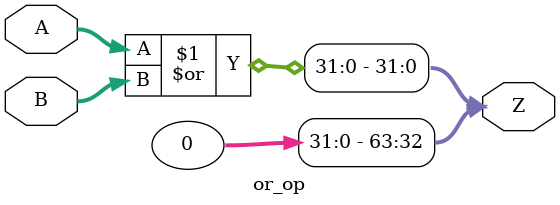
<source format=v>

module or_op(input [31:0] A, input [31:0] B, output [63:0] Z);
  assign Z = {{32{1'b0}}, (A | B)};
endmodule

</source>
